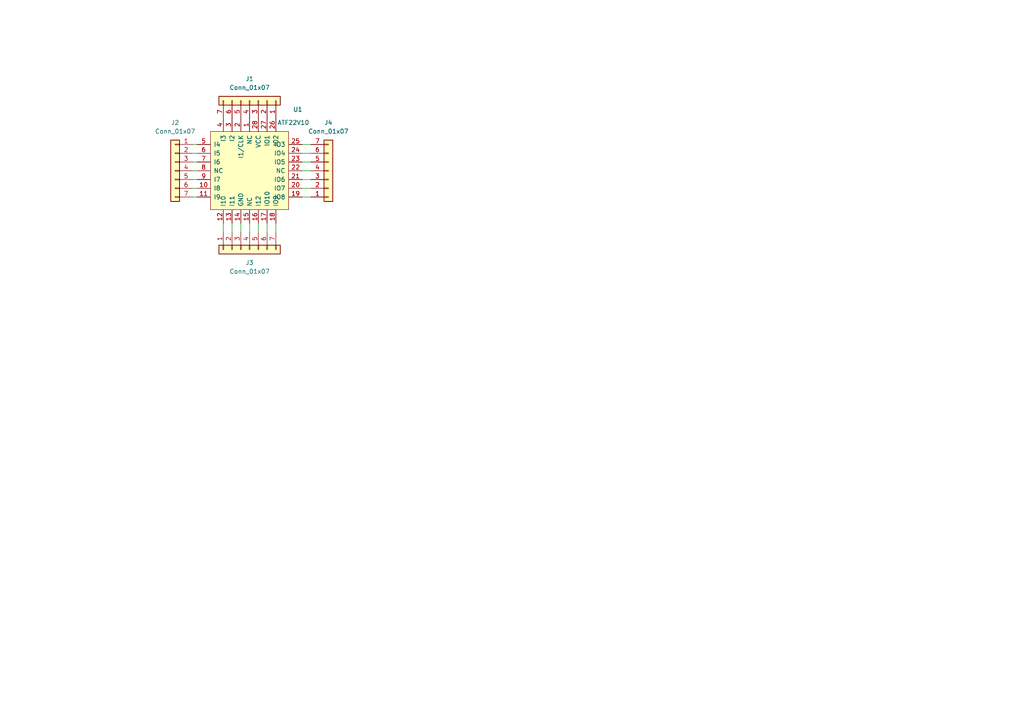
<source format=kicad_sch>
(kicad_sch (version 20231120) (generator "eeschema") (generator_version "8.0")
  (paper "A4")
  (lib_symbols
    (symbol "Connector_Generic:Conn_01x07" (pin_names (offset 1.016) hide)
      (property "Reference" "J" (at 0 10.16 0))
      (property "Value" "Conn_01x07" (at 0 -10.16 0))
      (symbol "Conn_01x07_1_1"
        (rectangle (start -1.27 -7.493) (end 0 -7.747) (stroke (width 0.1524)))
        (rectangle (start -1.27 -4.953) (end 0 -5.207) (stroke (width 0.1524)))
        (rectangle (start -1.27 -2.413) (end 0 -2.667) (stroke (width 0.1524)))
        (rectangle (start -1.27 0.127) (end 0 -0.127) (stroke (width 0.1524)))
        (rectangle (start -1.27 2.667) (end 0 2.413) (stroke (width 0.1524)))
        (rectangle (start -1.27 5.207) (end 0 4.953) (stroke (width 0.1524)))
        (rectangle (start -1.27 7.747) (end 0 7.493) (stroke (width 0.1524)))
        (rectangle (start -1.27 8.89) (end 1.27 -8.89) (stroke (width 0.254)) (fill (type background)))
        (pin passive line (at -5.08 7.62 0) (length 3.81) (name "Pin_1") (number "1"))
        (pin passive line (at -5.08 5.08 0) (length 3.81) (name "Pin_2") (number "2"))
        (pin passive line (at -5.08 2.54 0) (length 3.81) (name "Pin_3") (number "3"))
        (pin passive line (at -5.08 0 0) (length 3.81) (name "Pin_4") (number "4"))
        (pin passive line (at -5.08 -2.54 0) (length 3.81) (name "Pin_5") (number "5"))
        (pin passive line (at -5.08 -5.08 0) (length 3.81) (name "Pin_6") (number "6"))
        (pin passive line (at -5.08 -7.62 0) (length 3.81) (name "Pin_7") (number "7"))
      )
    )
    (symbol "GALex:ATF22V10" (pin_names (offset 1.016))
      (property "Reference" "U" (at -2.54 -2.54 0))
      (property "Value" "ATF22V10" (at -4.572 0 0))
      (symbol "ATF22V10_0_0"
        (pin input line (at -15.24 -5.08 0) (length 3.81) (name "I8") (number "10"))
        (pin tri_state line (at 15.24 -5.08 180) (length 3.81) (name "IO7") (number "20"))
      )
      (symbol "ATF22V10_0_1"
        (rectangle (start -11.3284 11.3792) (end 11.3284 -11.2776) (fill (type background)))
      )
      (symbol "ATF22V10_1_1"
        (pin bidirectional line (at 0 15.24 270) (length 3.81) (name "NC") (number "1"))
        (pin input line (at -15.24 -7.62 0) (length 3.81) (name "I9") (number "11"))
        (pin input line (at -7.62 -15.24 90) (length 3.81) (name "I10") (number "12"))
        (pin input line (at -5.08 -15.24 90) (length 3.81) (name "I11") (number "13"))
        (pin power_in line (at -2.54 -15.24 90) (length 3.81) (name "GND") (number "14"))
        (pin bidirectional line (at 0 -15.24 90) (length 3.81) (name "NC") (number "15"))
        (pin input line (at 2.54 -15.24 90) (length 3.81) (name "I12") (number "16"))
        (pin tri_state line (at 5.08 -15.24 90) (length 3.81) (name "IO10") (number "17"))
        (pin tri_state line (at 7.62 -15.24 90) (length 3.81) (name "IO9") (number "18"))
        (pin tri_state line (at 15.24 -7.62 180) (length 3.81) (name "IO8") (number "19"))
        (pin input line (at -2.54 15.24 270) (length 3.81) (name "I1/CLK") (number "2"))
        (pin tri_state line (at 15.24 -2.54 180) (length 3.81) (name "IO6") (number "21"))
        (pin bidirectional line (at 15.24 0 180) (length 3.81) (name "NC") (number "22"))
        (pin tri_state line (at 15.24 2.54 180) (length 3.81) (name "IO5") (number "23"))
        (pin tri_state line (at 15.24 5.08 180) (length 3.81) (name "IO4") (number "24"))
        (pin tri_state line (at 15.24 7.62 180) (length 3.81) (name "IO3") (number "25"))
        (pin tri_state line (at 7.62 15.24 270) (length 3.81) (name "IO2") (number "26"))
        (pin tri_state line (at 5.08 15.24 270) (length 3.81) (name "IO1") (number "27"))
        (pin power_in line (at 2.54 15.24 270) (length 3.81) (name "VCC") (number "28"))
        (pin input line (at -5.08 15.24 270) (length 3.81) (name "I2") (number "3"))
        (pin input line (at -7.62 15.24 270) (length 3.81) (name "I3") (number "4"))
        (pin input line (at -15.24 7.62 0) (length 3.81) (name "I4") (number "5"))
        (pin input line (at -15.24 5.08 0) (length 3.81) (name "I5") (number "6"))
        (pin input line (at -15.24 2.54 0) (length 3.81) (name "I6") (number "7"))
        (pin bidirectional line (at -15.24 0 0) (length 3.81) (name "NC") (number "8"))
        (pin input line (at -15.24 -2.54 0) (length 3.81) (name "I7") (number "9"))
      )
    )
  )
  (wire (pts (xy 55.88 52.07) (xy 57.15 52.07)))
  (wire (pts (xy 87.63 49.53) (xy 90.17 49.53)))
  (wire (pts (xy 55.88 57.15) (xy 57.15 57.15)))
  (wire (pts (xy 77.47 64.77) (xy 77.47 67.31)))
  (wire (pts (xy 67.31 64.77) (xy 67.31 67.31)))
  (wire (pts (xy 69.85 64.77) (xy 69.85 67.31)))
  (wire (pts (xy 55.88 46.99) (xy 57.15 46.99)))
  (wire (pts (xy 55.88 41.91) (xy 57.15 41.91)))
  (wire (pts (xy 64.77 64.77) (xy 64.77 67.31)))
  (wire (pts (xy 55.88 44.45) (xy 57.15 44.45)))
  (wire (pts (xy 87.63 57.15) (xy 90.17 57.15)))
  (wire (pts (xy 55.88 49.53) (xy 57.15 49.53)))
  (wire (pts (xy 55.88 54.61) (xy 57.15 54.61)))
  (wire (pts (xy 87.63 54.61) (xy 90.17 54.61)))
  (wire (pts (xy 87.63 52.07) (xy 90.17 52.07)))
  (wire (pts (xy 72.39 64.77) (xy 72.39 67.31)))
  (wire (pts (xy 74.93 64.77) (xy 74.93 67.31)))
  (wire (pts (xy 87.63 46.99) (xy 90.17 46.99)))
  (wire (pts (xy 80.01 64.77) (xy 80.01 67.31)))
  (wire (pts (xy 87.63 44.45) (xy 90.17 44.45)))
  (wire (pts (xy 87.63 41.91) (xy 90.17 41.91)))
  (symbol (lib_id "Connector_Generic:Conn_01x07") (at 50.8 49.53 0) (mirror y) (unit 1)
    (property "Reference" "J2" (at 50.8 35.56 0))
    (property "Value" "Conn_01x07" (at 50.8 38.1 0))
    (property "Footprint" "Connector_PinHeader_2.54mm:PinHeader_1x07_P2.54mm_Vertical" (effects (hide yes)))
  )
  (symbol (lib_id "Connector_Generic:Conn_01x07") (at 95.25 49.53 0) (mirror x) (unit 1)
    (property "Reference" "J4" (at 95.25 35.56 0))
    (property "Value" "Conn_01x07" (at 95.25 38.1 0))
    (property "Footprint" "Connector_PinHeader_2.54mm:PinHeader_1x07_P2.54mm_Vertical" (effects (hide yes)))
  )
  (symbol (lib_id "Connector_Generic:Conn_01x07") (at 72.39 72.39 90) (mirror x) (unit 1)
    (property "Reference" "J3" (at 72.39 76.2 90))
    (property "Value" "Conn_01x07" (at 72.39 78.74 90))
    (property "Footprint" "Connector_PinHeader_2.54mm:PinHeader_1x07_P2.54mm_Vertical" (effects (hide yes)))
  )
  (symbol (lib_id "GALex:ATF22V10") (at 72.39 49.53 0) (unit 1)
    (property "Reference" "U1" (at 86.36 31.75 0))
    (property "Value" "ATF22V10" (at 85.09 35.56 0))
    (property "Footprint" "GALex:APW9323" (effects (hide yes)))
  )
  (symbol (lib_id "Connector_Generic:Conn_01x07") (at 72.39 29.21 270) (mirror x) (unit 1)
    (property "Reference" "J1" (at 72.39 22.86 90))
    (property "Value" "Conn_01x07" (at 72.39 25.4 90))
    (property "Footprint" "Connector_PinHeader_2.54mm:PinHeader_1x07_P2.54mm_Vertical" (effects (hide yes)))
  )
)
</source>
